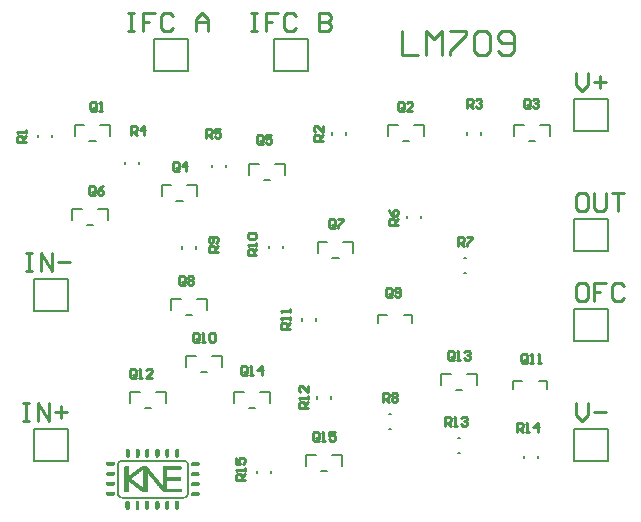
<source format=gto>
%FSTAX23Y23*%
%MOIN*%
%SFA1B1*%

%IPPOS*%
%ADD10C,0.007870*%
%ADD11C,0.010000*%
%LNlm709_pcb-1*%
%LPD*%
G36*
X03122Y02187D02*
X03123D01*
Y02187*
X03123*
Y02187*
X03124*
Y02186*
X03124*
Y02186*
X03125*
Y02186*
X03125*
Y02185*
X03125*
Y02185*
X03126*
Y02185*
X03126*
Y02184*
X03126*
Y02183*
X03127*
Y02183*
X03127*
Y02171*
Y0217*
Y02163*
X03127*
Y02162*
X03126*
Y02161*
X03126*
Y02161*
X03126*
Y0216*
X03125*
Y0216*
X03125*
Y0216*
X03125*
Y02159*
X03125*
Y02159*
X03124*
Y02159*
X03124*
Y02158*
X03123*
Y02158*
X03122*
Y02158*
X03121*
Y02158*
X0312*
Y02158*
X03118*
Y02158*
X03117*
Y02158*
X03117*
Y02159*
X03116*
Y02159*
X03116*
Y02159*
X03116*
Y0216*
X03115*
Y0216*
X03115*
Y0216*
X03115*
Y02161*
X03114*
Y02161*
X03114*
Y02161*
X03114*
Y02162*
X03114*
Y02163*
X03113*
Y02182*
X03114*
Y02183*
X03114*
Y02184*
X03114*
Y02184*
X03114*
Y02185*
X03115*
Y02185*
X03115*
Y02185*
X03115*
Y02186*
X03116*
Y02186*
X03116*
Y02186*
X03116*
Y02187*
X03117*
Y02187*
X03117*
Y02187*
X03118*
Y02188*
X03122*
Y02187*
G37*
G36*
X03088D02*
X0309D01*
Y02187*
X0309*
Y02187*
X0309*
Y02186*
X03091*
Y02186*
X03091*
Y02186*
X03092*
Y02185*
X03092*
Y02185*
X03092*
Y02185*
X03093*
Y02184*
X03093*
Y02184*
X03093*
Y02183*
X03093*
Y02182*
X03094*
Y02164*
X03093*
Y02162*
X03093*
Y02161*
X03093*
Y02161*
X03093*
Y02161*
X03092*
Y0216*
X03092*
Y0216*
X03092*
Y0216*
X03091*
Y02159*
X03091*
Y02159*
X03091*
Y02159*
X0309*
Y02158*
X0309*
Y02158*
X03089*
Y02158*
X03087*
Y02158*
X03087*
Y02158*
X03085*
Y02158*
X03084*
Y02158*
X03083*
Y02159*
X03083*
Y02159*
X03082*
Y02159*
X03082*
Y0216*
X03082*
Y0216*
X03082*
Y0216*
X03081*
Y02161*
X03081*
Y02161*
X03081*
Y02162*
X0308*
Y02163*
X0308*
Y02165*
X0308*
Y0218*
X0308*
Y0218*
X0308*
Y02181*
X0308*
Y02183*
X0308*
Y02183*
X03081*
Y02184*
X03081*
Y02185*
X03081*
Y02185*
X03082*
Y02185*
X03082*
Y02186*
X03082*
Y02186*
X03083*
Y02186*
X03083*
Y02187*
X03084*
Y02187*
X03084*
Y02187*
X03085*
Y02188*
X03088*
Y02187*
G37*
G36*
X03056D02*
X03057D01*
Y02187*
X03057*
Y02187*
X03058*
Y02186*
X03058*
Y02186*
X03058*
Y02186*
X03059*
Y02185*
X03059*
Y02185*
X03059*
Y02185*
X0306*
Y02184*
X0306*
Y02184*
X0306*
Y02183*
X03061*
Y02182*
X03061*
Y02164*
X03061*
Y02162*
X0306*
Y02162*
X0306*
Y02161*
X0306*
Y02161*
X03059*
Y0216*
X03059*
Y0216*
X03059*
Y0216*
X03058*
Y02159*
X03058*
Y02159*
X03058*
Y02159*
X03057*
Y02158*
X03057*
Y02158*
X03056*
Y02158*
X03054*
Y02158*
X03054*
Y02158*
X03052*
Y02158*
X03051*
Y02158*
X0305*
Y02159*
X0305*
Y02159*
X0305*
Y02159*
X03049*
Y0216*
X03049*
Y0216*
X03049*
Y0216*
X03048*
Y02161*
X03048*
Y02161*
X03048*
Y02162*
X03048*
Y02162*
X03047*
Y02164*
X03047*
Y02167*
Y02167*
Y02182*
X03047*
Y02183*
X03048*
Y02184*
X03048*
Y02184*
X03048*
Y02185*
X03048*
Y02185*
X03049*
Y02185*
X03049*
Y02186*
X03049*
Y02186*
X0305*
Y02186*
X0305*
Y02187*
X03051*
Y02187*
X03051*
Y02187*
X03052*
Y02188*
X03056*
Y02187*
G37*
G36*
X03023D02*
X03023D01*
Y02187*
X03024*
Y02187*
X03024*
Y02186*
X03025*
Y02186*
X03025*
Y02186*
X03026*
Y02185*
X03026*
Y02185*
X03026*
Y02185*
X03026*
Y02184*
X03027*
Y02183*
X03027*
Y02183*
X03027*
Y02163*
X03027*
Y02162*
X03027*
Y02161*
X03026*
Y02161*
X03026*
Y0216*
X03026*
Y0216*
X03026*
Y0216*
X03025*
Y02159*
X03025*
Y02159*
X03025*
Y02159*
X03024*
Y02158*
X03024*
Y02158*
X03023*
Y02158*
X03021*
Y02158*
X0302*
Y02158*
X03018*
Y02158*
X03018*
Y02158*
X03017*
Y02159*
X03016*
Y02159*
X03016*
Y02159*
X03016*
Y0216*
X03016*
Y0216*
X03015*
Y0216*
X03015*
Y02161*
X03015*
Y02161*
X03014*
Y02162*
X03014*
Y02163*
X03014*
Y02182*
X03014*
Y02183*
X03014*
Y02184*
X03015*
Y02185*
X03015*
Y02185*
X03015*
Y02185*
X03016*
Y02186*
X03016*
Y02186*
X03016*
Y02186*
X03017*
Y02187*
X03017*
Y02187*
X03018*
Y02187*
X03018*
Y02188*
X03023*
Y02187*
G37*
G36*
X0299D02*
X02991D01*
Y02187*
X02991*
Y02187*
X02992*
Y02186*
X02992*
Y02186*
X02993*
Y02186*
X02993*
Y02185*
X02993*
Y02185*
X02994*
Y02185*
X02994*
Y02184*
X02994*
Y02183*
X02994*
Y02182*
X02995*
Y02163*
X02994*
Y02162*
X02994*
Y02161*
X02994*
Y02161*
X02994*
Y0216*
X02993*
Y0216*
X02993*
Y0216*
X02993*
Y02159*
X02992*
Y02159*
X02992*
Y02159*
X02992*
Y02158*
X02991*
Y02158*
X0299*
Y02158*
X02989*
Y02158*
X02987*
Y02158*
X02986*
Y02158*
X02985*
Y02158*
X02984*
Y02159*
X02984*
Y02159*
X02984*
Y02159*
X02983*
Y0216*
X02983*
Y0216*
X02983*
Y02161*
X02982*
Y02161*
X02982*
Y02161*
X02982*
Y02162*
X02981*
Y02163*
X02981*
Y02182*
X02981*
Y02183*
Y02183*
Y02183*
X02982*
Y02184*
X02982*
Y02185*
X02982*
Y02185*
X02983*
Y02185*
X02983*
Y02185*
X02983*
Y02186*
X02984*
Y02186*
X02984*
Y02187*
X02985*
Y02187*
X02985*
Y02187*
X02986*
Y02188*
X0299*
Y02187*
G37*
G36*
X02957D02*
X02957D01*
Y02187*
X02958*
Y02187*
X02959*
Y02186*
X02959*
Y02186*
X02959*
Y02186*
X0296*
Y02185*
X0296*
Y02185*
X0296*
Y02185*
X0296*
Y02184*
X02961*
Y02184*
X02961*
Y02183*
X02961*
Y02182*
X02962*
Y02163*
X02961*
Y02162*
X02961*
Y02161*
X02961*
Y02161*
X0296*
Y02161*
X0296*
Y0216*
X0296*
Y0216*
X0296*
Y02159*
X02959*
Y02159*
X02959*
Y02159*
X02958*
Y02158*
X02958*
Y02158*
X02957*
Y02158*
X02956*
Y02158*
X02954*
Y02158*
X02952*
Y02158*
X02952*
Y02158*
X02951*
Y02159*
X02951*
Y02159*
X0295*
Y02159*
X0295*
Y0216*
X02949*
Y0216*
X02949*
Y02161*
X02949*
Y02161*
X02949*
Y02161*
X02948*
Y02162*
X02948*
Y02163*
X02948*
Y02182*
X02948*
Y02183*
X02948*
Y02184*
Y02184*
X02949*
Y02184*
X02949*
Y02185*
X02949*
Y02185*
X02949*
Y02185*
X0295*
Y02186*
X0295*
Y02186*
X0295*
Y02186*
X02951*
Y02187*
X02951*
Y02187*
X02952*
Y02187*
X02953*
Y02188*
X02957*
Y02187*
G37*
G36*
X02908Y02144D02*
X02909D01*
Y02143*
X02909*
Y02143*
X02909*
Y02143*
X0291*
Y02142*
X0291*
Y02142*
X02911*
Y02142*
X02911*
Y02142*
X02911*
Y02141*
X02912*
Y02141*
X02912*
Y0214*
X02912*
Y02139*
X02912*
Y02138*
X02913*
Y02137*
X02912*
Y02135*
X02912*
Y02134*
X02912*
Y02134*
X02912*
Y02133*
X02911*
Y02133*
X02911*
Y02132*
X02911*
Y02132*
X0291*
Y02132*
X0291*
Y02132*
X02909*
Y02131*
X02909*
Y02131*
X02908*
Y02131*
X02907*
Y0213*
X02888*
Y02131*
X02887*
Y02131*
X02886*
Y02131*
X02886*
Y02132*
X02885*
Y02132*
X02885*
Y02132*
X02885*
Y02132*
X02885*
Y02133*
X02884*
Y02133*
X02884*
Y02133*
X02884*
Y02134*
X02883*
Y02134*
X02883*
Y02135*
X02883*
Y02139*
X02883*
Y0214*
X02883*
Y0214*
X02884*
Y02141*
X02884*
Y02142*
X02884*
Y02142*
X02885*
Y02142*
X02885*
Y02142*
X02885*
Y02143*
X02886*
Y02143*
X02886*
Y02143*
X02887*
Y02144*
X02888*
Y02144*
X02908*
Y02144*
G37*
G36*
X03189Y02142D02*
X03191D01*
Y02142*
X03191*
Y02142*
X03192*
Y02142*
X03192*
Y02141*
X03193*
Y02141*
X03193*
Y02141*
X03193*
Y0214*
X03194*
Y0214*
X03194*
Y0214*
X03194*
Y02139*
X03194*
Y02139*
X03195*
Y02137*
X03195*
Y02134*
X03195*
Y02133*
X03194*
Y02133*
X03194*
Y02132*
X03194*
Y02132*
X03194*
Y02131*
X03193*
Y02131*
X03193*
Y02131*
X03193*
Y0213*
X03192*
Y0213*
X03192*
Y0213*
X03191*
Y02129*
X0319*
Y02129*
X03189*
Y02129*
X03172*
Y02129*
X0317*
Y02129*
X03169*
Y0213*
X03169*
Y0213*
X03168*
Y0213*
X03168*
Y02131*
X03168*
Y02131*
X03167*
Y02131*
X03167*
Y02132*
X03167*
Y02132*
X03166*
Y02132*
X03166*
Y02133*
X03166*
Y02134*
X03165*
Y02135*
X03165*
Y02136*
X03165*
Y02138*
X03166*
Y02139*
X03166*
Y02139*
X03166*
Y0214*
X03167*
Y0214*
X03167*
Y0214*
X03167*
Y02141*
X03168*
Y02141*
X03168*
Y02141*
X03168*
Y02142*
X03169*
Y02142*
X03169*
Y02142*
X0317*
Y02142*
X03171*
Y02143*
X03189*
Y02142*
G37*
G36*
X02907Y0211D02*
X02908D01*
Y0211*
X02909*
Y0211*
X02909*
Y0211*
X0291*
Y02109*
X0291*
Y02109*
X0291*
Y02109*
X02911*
Y02108*
X02911*
Y02108*
X02911*
Y02108*
X02912*
Y02107*
X02912*
Y02107*
X02912*
Y02106*
X02912*
Y02104*
X02913*
Y02103*
X02912*
Y02102*
X02912*
Y02101*
X02912*
Y021*
X02912*
Y021*
X02911*
Y021*
X02911*
Y02099*
X02911*
Y02099*
X0291*
Y02099*
X0291*
Y02098*
X0291*
Y02098*
X02909*
Y02098*
X02909*
Y02097*
X02908*
Y02097*
X02906*
Y02097*
X02889*
Y02097*
X02888*
Y02097*
X02887*
Y02098*
X02886*
Y02098*
X02886*
Y02098*
X02885*
Y02099*
X02885*
Y02099*
X02885*
Y02099*
X02884*
Y021*
X02884*
Y021*
X02884*
Y02101*
X02883*
Y02101*
X02883*
Y02102*
X02883*
Y02105*
X02883*
Y02107*
X02883*
Y02107*
X02884*
Y02108*
X02884*
Y02108*
X02884*
Y02108*
X02885*
Y02109*
X02885*
Y02109*
X02885*
Y02109*
X02885*
Y0211*
X02886*
Y0211*
X02887*
Y0211*
X02887*
Y0211*
X02888*
Y02111*
X02907*
Y0211*
G37*
G36*
X0319Y02109D02*
X03191D01*
Y02109*
X03192*
Y02108*
X03192*
Y02108*
X03192*
Y02108*
X03193*
Y02108*
X03193*
Y02107*
X03194*
Y02107*
X03194*
Y02106*
X03194*
Y02106*
X03194*
Y02105*
X03195*
Y02104*
X03195*
Y02101*
X03195*
Y021*
X03194*
Y02099*
X03194*
Y02099*
X03194*
Y02098*
X03194*
Y02098*
X03193*
Y02097*
X03193*
Y02097*
X03192*
Y02097*
X03192*
Y02097*
X03192*
Y02096*
X03191*
Y02096*
X0319*
Y02096*
X0317*
Y02096*
X0317*
Y02096*
X03169*
Y02097*
X03168*
Y02097*
X03168*
Y02097*
X03168*
Y02097*
X03167*
Y02098*
X03167*
Y02098*
X03167*
Y02099*
X03166*
Y02099*
X03166*
Y021*
X03166*
Y021*
X03165*
Y02102*
X03165*
Y02103*
X03165*
Y02105*
X03166*
Y02105*
X03166*
Y02106*
X03166*
Y02106*
X03167*
Y02107*
X03167*
Y02107*
X03167*
Y02108*
X03168*
Y02108*
X03168*
Y02108*
X03168*
Y02108*
X03169*
Y02109*
X03169*
Y02109*
X0317*
Y02109*
X0319*
Y02109*
G37*
G36*
X02906Y02078D02*
X02908D01*
Y02077*
X02909*
Y02077*
X02909*
Y02077*
X0291*
Y02076*
X0291*
Y02076*
X0291*
Y02076*
X02911*
Y02076*
X02911*
Y02075*
X02911*
Y02075*
X02912*
Y02074*
X02912*
Y02074*
X02912*
Y02073*
X02912*
Y02071*
X02913*
Y0207*
X02912*
Y02069*
X02912*
Y02068*
X02912*
Y02068*
X02912*
Y02067*
X02911*
Y02067*
X02911*
Y02066*
X02911*
Y02066*
X0291*
Y02066*
X0291*
Y02065*
X0291*
Y02065*
X02909*
Y02065*
X02909*
Y02065*
X02908*
Y02064*
X02907*
Y02064*
X02888*
Y02064*
X02887*
Y02065*
X02887*
Y02065*
X02886*
Y02065*
X02885*
Y02065*
X02885*
Y02066*
X02885*
Y02066*
X02885*
Y02066*
X02884*
Y02067*
X02884*
Y02067*
X02884*
Y02068*
X02883*
Y02068*
X02883*
Y02069*
X02883*
Y02073*
X02883*
Y02073*
X02883*
Y02074*
X02884*
Y02075*
X02884*
Y02075*
X02884*
Y02076*
X02885*
Y02076*
X02885*
Y02076*
X02885*
Y02076*
X02886*
Y02077*
X02886*
Y02077*
X02887*
Y02077*
X02888*
Y02078*
X02889*
Y02078*
X02906*
Y02078*
G37*
G36*
X0319Y02076D02*
X03191D01*
Y02076*
X03192*
Y02076*
X03192*
Y02075*
X03192*
Y02075*
X03193*
Y02075*
X03193*
Y02074*
X03193*
Y02074*
X03194*
Y02074*
X03194*
Y02073*
X03194*
Y02073*
X03194*
Y02072*
X03195*
Y02071*
X03195*
Y02068*
X03195*
Y02067*
X03194*
Y02066*
X03194*
Y02066*
X03194*
Y02065*
X03194*
Y02065*
X03193*
Y02065*
X03193*
Y02064*
X03192*
Y02064*
X03192*
Y02064*
X03192*
Y02063*
X03191*
Y02063*
X0319*
Y02063*
X0317*
Y02063*
X03169*
Y02063*
X03169*
Y02064*
X03168*
Y02064*
X03168*
Y02064*
X03168*
Y02065*
X03167*
Y02065*
X03167*
Y02065*
X03167*
Y02066*
X03166*
Y02066*
X03166*
Y02067*
X03166*
Y02068*
X03165*
Y02069*
X03165*
Y0207*
X03165*
Y02072*
X03166*
Y02073*
X03166*
Y02073*
X03166*
Y02073*
X03167*
Y02074*
X03167*
Y02074*
X03167*
Y02075*
X03168*
Y02075*
X03168*
Y02075*
X03168*
Y02076*
X03169*
Y02076*
X0317*
Y02076*
X0317*
Y02076*
X0319*
Y02076*
G37*
G36*
X02908Y02044D02*
X02908D01*
Y02044*
X02909*
Y02044*
X02909*
Y02043*
X0291*
Y02043*
X0291*
Y02043*
X02911*
Y02042*
X02911*
Y02042*
X02911*
Y02041*
X02912*
Y02041*
X02912*
Y02041*
X02912*
Y0204*
X02912*
Y02038*
X02913*
Y02037*
X02912*
Y02035*
X02912*
Y02035*
X02912*
Y02034*
X02912*
Y02033*
X02911*
Y02033*
X02911*
Y02033*
X02911*
Y02033*
X0291*
Y02032*
X0291*
Y02032*
X0291*
Y02032*
X02909*
Y02031*
X02909*
Y02031*
X02908*
Y02031*
X02905*
Y0203*
X0289*
Y02031*
X02888*
Y02031*
X02887*
Y02031*
X02886*
Y02032*
X02886*
Y02032*
X02885*
Y02032*
X02885*
Y02033*
X02885*
Y02033*
X02884*
Y02033*
X02884*
Y02034*
X02884*
Y02034*
X02883*
Y02035*
X02883*
Y02036*
X02883*
Y0204*
X02883*
Y0204*
X02883*
Y02041*
X02884*
Y02041*
X02884*
Y02042*
X02884*
Y02042*
X02885*
Y02043*
X02885*
Y02043*
X02885*
Y02043*
X02886*
Y02044*
X02886*
Y02044*
X02887*
Y02044*
X02888*
Y02044*
X02908*
Y02044*
G37*
G36*
X03189Y02043D02*
X03191D01*
Y02043*
X03191*
Y02042*
X03192*
Y02042*
X03192*
Y02042*
X03193*
Y02041*
X03193*
Y02041*
X03193*
Y02041*
X03194*
Y02041*
X03194*
Y0204*
X03194*
Y0204*
X03194*
Y02039*
X03195*
Y02038*
X03195*
Y02034*
X03195*
Y02033*
X03194*
Y02033*
X03194*
Y02032*
X03194*
Y02032*
X03194*
Y02032*
X03193*
Y02031*
X03193*
Y02031*
X03193*
Y02031*
X03192*
Y0203*
X03192*
Y0203*
X03192*
Y0203*
X03191*
Y0203*
X0319*
Y02029*
X03171*
Y0203*
X0317*
Y0203*
X03169*
Y0203*
X03168*
Y0203*
X03168*
Y02031*
X03168*
Y02031*
X03167*
Y02031*
X03167*
Y02032*
X03167*
Y02032*
X03166*
Y02033*
X03166*
Y02033*
X03166*
Y02034*
X03165*
Y02035*
X03165*
Y02037*
X03165*
Y02038*
X03166*
Y02039*
X03166*
Y0204*
X03166*
Y0204*
X03167*
Y02041*
X03167*
Y02041*
X03167*
Y02041*
X03168*
Y02041*
X03168*
Y02042*
X03168*
Y02042*
X03169*
Y02042*
X03169*
Y02043*
X0317*
Y02043*
X03171*
Y02043*
X03189*
Y02043*
G37*
G36*
X03143Y0215D02*
X03145D01*
Y0215*
X03146*
Y0215*
X03147*
Y0215*
X03148*
Y02149*
X03149*
Y02149*
X03149*
Y02149*
X0315*
Y02148*
X0315*
Y02148*
X03151*
Y02148*
X03151*
Y02148*
X03152*
Y02147*
X03152*
Y02147*
X03152*
Y02147*
X03153*
Y02146*
X03153*
Y02146*
X03154*
Y02146*
X03154*
Y02145*
X03154*
Y02145*
X03154*
Y02145*
X03155*
Y02145*
X03155*
Y02144*
X03155*
Y02144*
X03156*
Y02143*
X03156*
Y02143*
X03156*
Y02142*
X03157*
Y02142*
X03157*
Y02142*
X03157*
Y02141*
X03157*
Y0214*
X03158*
Y0214*
X03158*
Y02139*
X03158*
Y02138*
X03159*
Y02137*
X03159*
Y02135*
X03159*
Y02037*
X03159*
Y02035*
X03159*
Y02034*
X03158*
Y02033*
X03158*
Y02033*
X03158*
Y02032*
X03157*
Y02031*
X03157*
Y0203*
X03157*
Y0203*
X03157*
Y0203*
X03156*
Y02029*
X03156*
Y02029*
X03156*
Y02028*
X03155*
Y02028*
X03155*
Y02028*
X03155*
Y02027*
X03154*
Y02027*
X03154*
Y02027*
X03154*
Y02026*
X03154*
Y02026*
X03153*
Y02026*
X03153*
Y02025*
X03152*
Y02025*
X03152*
Y02025*
X03152*
Y02025*
X03151*
Y02024*
X03151*
Y02024*
X0315*
Y02024*
X0315*
Y02023*
X03149*
Y02023*
X03149*
Y02023*
X03148*
Y02022*
X03147*
Y02022*
X03146*
Y02022*
X03145*
Y02022*
X03143*
Y02021*
X02935*
Y02022*
X02933*
Y02022*
X02932*
Y02022*
X02931*
Y02022*
X0293*
Y02023*
X02929*
Y02023*
X02929*
Y02023*
X02928*
Y02024*
X02928*
Y02024*
X02927*
Y02024*
X02927*
Y02025*
X02926*
Y02025*
X02926*
Y02025*
X02925*
Y02025*
X02925*
Y02026*
X02925*
Y02026*
X02924*
Y02026*
X02924*
Y02027*
X02924*
Y02027*
X02923*
Y02027*
X02923*
Y02028*
X02923*
Y02028*
X02922*
Y02028*
X02922*
Y02029*
X02922*
Y02029*
X02922*
Y0203*
X02921*
Y0203*
X02921*
Y0203*
X02921*
Y02031*
X0292*
Y02032*
X0292*
Y02033*
X0292*
Y02033*
X0292*
Y02034*
X02919*
Y02035*
X02919*
Y02037*
X02919*
Y02135*
X02919*
Y02137*
X02919*
Y02138*
X0292*
Y02139*
X0292*
Y0214*
X0292*
Y0214*
X0292*
Y02141*
X02921*
Y02142*
X02921*
Y02142*
X02921*
Y02142*
X02922*
Y02143*
X02922*
Y02143*
X02922*
Y02144*
X02922*
Y02144*
X02923*
Y02145*
X02923*
Y02145*
X02923*
Y02145*
X02924*
Y02145*
X02924*
Y02146*
X02924*
Y02146*
X02925*
Y02146*
X02925*
Y02147*
X02925*
Y02147*
X02926*
Y02147*
X02926*
Y02148*
X02927*
Y02148*
X02927*
Y02148*
X02928*
Y02148*
X02928*
Y02149*
X02929*
Y02149*
X02929*
Y02149*
X0293*
Y0215*
X02931*
Y0215*
X02932*
Y0215*
X02933*
Y0215*
X02935*
Y02151*
X03143*
Y0215*
G37*
G36*
X03121Y02014D02*
X03122D01*
Y02014*
X03123*
Y02014*
X03123*
Y02013*
X03124*
Y02013*
X03124*
Y02013*
X03125*
Y02012*
X03125*
Y02012*
X03125*
Y02012*
X03125*
Y02011*
X03126*
Y02011*
X03126*
Y0201*
X03126*
Y02009*
X03127*
Y01989*
X03126*
Y01989*
X03126*
Y01988*
X03126*
Y01988*
X03125*
Y01987*
X03125*
Y01987*
X03125*
Y01986*
X03125*
Y01986*
X03124*
Y01986*
X03124*
Y01985*
X03123*
Y01985*
X03122*
Y01985*
X03122*
Y01985*
X03118*
Y01985*
X03117*
Y01985*
X03117*
Y01985*
X03116*
Y01986*
X03116*
Y01986*
X03115*
Y01986*
X03115*
Y01987*
X03115*
Y01987*
X03114*
Y01987*
X03114*
Y01988*
X03114*
Y01988*
X03114*
Y01989*
X03113*
Y0199*
X03113*
Y02009*
X03113*
Y0201*
X03114*
Y02011*
X03114*
Y02011*
X03114*
Y02012*
X03114*
Y02012*
X03115*
Y02012*
X03115*
Y02013*
X03116*
Y02013*
X03116*
Y02013*
X03116*
Y02014*
X03117*
Y02014*
X03118*
Y02014*
X03119*
Y02014*
X03121*
Y02014*
G37*
G36*
X03087D02*
X03088D01*
Y02014*
X03089*
Y02014*
X0309*
Y02013*
X0309*
Y02013*
X03091*
Y02013*
X03091*
Y02012*
X03091*
Y02012*
X03092*
Y02012*
X03092*
Y02012*
X03092*
Y02011*
X03093*
Y0201*
X03093*
Y0201*
X03093*
Y02009*
X03093*
Y0199*
X03093*
Y01989*
X03093*
Y01988*
X03093*
Y01988*
X03092*
Y01987*
X03092*
Y01987*
X03092*
Y01987*
X03091*
Y01986*
X03091*
Y01986*
X03091*
Y01986*
X0309*
Y01985*
X0309*
Y01985*
X03089*
Y01985*
X03088*
Y01985*
X03085*
Y01985*
X03084*
Y01985*
X03083*
Y01985*
X03083*
Y01986*
X03082*
Y01986*
X03082*
Y01986*
X03082*
Y01987*
X03081*
Y01987*
X03081*
Y01988*
X03081*
Y01988*
X0308*
Y01988*
X0308*
Y01989*
X0308*
Y01991*
X0308*
Y02008*
X0308*
Y02009*
X0308*
Y0201*
X0308*
Y02011*
X03081*
Y02011*
X03081*
Y02012*
X03081*
Y02012*
X03082*
Y02012*
X03082*
Y02013*
X03082*
Y02013*
X03083*
Y02013*
X03083*
Y02014*
X03084*
Y02014*
X03085*
Y02014*
X03086*
Y02014*
X03087*
Y02014*
G37*
G36*
X03054D02*
X03056D01*
Y02014*
X03056*
Y02014*
X03057*
Y02013*
X03058*
Y02013*
X03058*
Y02013*
X03058*
Y02012*
X03058*
Y02012*
X03059*
Y02012*
X03059*
Y02012*
X03059*
Y02011*
X0306*
Y0201*
X0306*
Y0201*
X0306*
Y02008*
X03061*
Y01996*
Y01995*
Y0199*
X0306*
Y01989*
X0306*
Y01988*
X0306*
Y01988*
X03059*
Y01988*
X03059*
Y01987*
X03059*
Y01987*
X03058*
Y01986*
X03058*
Y01986*
X03058*
Y01986*
X03057*
Y01985*
X03057*
Y01985*
X03056*
Y01985*
X03055*
Y01985*
X03052*
Y01985*
X03051*
Y01985*
X0305*
Y01985*
X0305*
Y01986*
X03049*
Y01986*
X03049*
Y01986*
X03049*
Y01987*
X03048*
Y01987*
X03048*
Y01988*
X03048*
Y01988*
X03048*
Y01988*
X03047*
Y01989*
X03047*
Y0199*
X03047*
Y02008*
X03047*
Y0201*
X03047*
Y0201*
X03048*
Y02011*
X03048*
Y02012*
X03048*
Y02012*
X03048*
Y02012*
X03049*
Y02012*
X03049*
Y02013*
X03049*
Y02013*
X0305*
Y02013*
X0305*
Y02014*
X03051*
Y02014*
X03052*
Y02014*
X03053*
Y02014*
X03054*
Y02014*
G37*
G36*
X03021D02*
X03023D01*
Y02014*
X03023*
Y02014*
X03024*
Y02013*
X03024*
Y02013*
X03025*
Y02013*
X03025*
Y02012*
X03025*
Y02012*
X03026*
Y02012*
X03026*
Y02011*
X03026*
Y02011*
X03026*
Y0201*
X03027*
Y02009*
X03027*
Y0199*
X03027*
Y01989*
X03026*
Y01988*
X03026*
Y01988*
X03026*
Y01987*
X03026*
Y01987*
X03025*
Y01986*
X03025*
Y01986*
X03024*
Y01986*
X03024*
Y01985*
X03024*
Y01985*
X03023*
Y01985*
X03022*
Y01985*
X03018*
Y01985*
X03017*
Y01985*
X03017*
Y01985*
X03016*
Y01986*
X03016*
Y01986*
X03016*
Y01986*
X03015*
Y01987*
X03015*
Y01987*
X03015*
Y01988*
X03014*
Y01988*
X03014*
Y01989*
X03014*
Y01989*
X03013*
Y02002*
Y02002*
Y02009*
X03014*
Y0201*
X03014*
Y02011*
X03014*
Y02012*
X03015*
Y02012*
X03015*
Y02012*
X03015*
Y02012*
X03016*
Y02013*
X03016*
Y02013*
X03016*
Y02013*
X03017*
Y02014*
X03017*
Y02014*
X03018*
Y02014*
X03019*
Y02014*
X03021*
Y02014*
G37*
G36*
X02988D02*
X0299D01*
Y02014*
X02991*
Y02014*
X02991*
Y02013*
X02992*
Y02013*
X02992*
Y02013*
X02992*
Y02012*
X02993*
Y02012*
X02993*
Y02012*
X02993*
Y02011*
X02994*
Y02011*
X02994*
Y0201*
X02994*
Y02009*
X02994*
Y0199*
X02994*
Y01989*
X02994*
Y01988*
X02994*
Y01988*
X02993*
Y01987*
X02993*
Y01987*
X02993*
Y01986*
X02992*
Y01986*
X02992*
Y01986*
X02992*
Y01985*
X02991*
Y01985*
X0299*
Y01985*
X02989*
Y01985*
X02986*
Y01985*
X02985*
Y01985*
X02984*
Y01985*
X02984*
Y01986*
X02984*
Y01986*
X02983*
Y01986*
X02983*
Y01987*
X02982*
Y01987*
X02982*
Y01988*
X02982*
Y01988*
X02981*
Y01989*
X02981*
Y0199*
X02981*
Y02009*
X02981*
Y0201*
X02981*
Y02011*
X02982*
Y02011*
X02982*
Y02012*
X02982*
Y02012*
X02983*
Y02012*
X02983*
Y02013*
X02983*
Y02013*
X02984*
Y02013*
X02984*
Y02014*
X02985*
Y02014*
X02986*
Y02014*
X02987*
Y02014*
X02988*
Y02014*
G37*
G36*
X02955D02*
X02957D01*
Y02014*
X02957*
Y02014*
X02958*
Y02013*
X02958*
Y02013*
X02959*
Y02013*
X02959*
Y02012*
X02959*
Y02012*
X0296*
Y02012*
X0296*
Y02012*
X0296*
Y02011*
X0296*
Y02011*
X02961*
Y0201*
X02961*
Y02009*
X02961*
Y0199*
X02961*
Y01989*
X02961*
Y01988*
X0296*
Y01988*
X0296*
Y01987*
X0296*
Y01987*
X0296*
Y01987*
X02959*
Y01986*
X02959*
Y01986*
X02959*
Y01986*
X02958*
Y01985*
X02958*
Y01985*
X02957*
Y01985*
X02956*
Y01985*
X02952*
Y01985*
X02952*
Y01985*
X02951*
Y01985*
X0295*
Y01986*
X0295*
Y01986*
X0295*
Y01986*
X02949*
Y01987*
X02949*
Y01987*
X02949*
Y01987*
X02949*
Y01988*
X02948*
Y01988*
X02948*
Y01989*
X02948*
Y0199*
X02947*
Y02009*
X02948*
Y0201*
X02948*
Y02011*
X02948*
Y02011*
X02949*
Y02012*
X02949*
Y02012*
X02949*
Y02012*
X02949*
Y02013*
X0295*
Y02013*
X0295*
Y02013*
X02951*
Y02014*
X02951*
Y02014*
X02952*
Y02014*
X02953*
Y02014*
X02955*
Y02014*
G37*
%LNlm709_pcb-2*%
%LPC*%
G36*
X03144Y02144D02*
X02934D01*
Y02144*
X02933*
Y02144*
X02932*
Y02143*
X02932*
Y02143*
X02931*
Y02143*
X0293*
Y02142*
X0293*
Y02142*
X0293*
Y02142*
X02929*
Y02142*
X02929*
Y02141*
X02929*
Y02141*
X02928*
Y02141*
X02928*
Y0214*
X02928*
Y0214*
X02928*
Y0214*
X02927*
Y0214*
X02927*
Y02139*
X02927*
Y02139*
X02926*
Y02138*
X02926*
Y02137*
X02926*
Y02137*
X02925*
Y02136*
X02925*
Y02134*
X02925*
Y02038*
X02925*
Y02036*
X02925*
Y02036*
X02926*
Y02035*
X02926*
Y02034*
X02926*
Y02033*
X02927*
Y02033*
X02927*
Y02033*
X02927*
Y02032*
X02928*
Y02032*
X02928*
Y02032*
X02928*
Y02031*
X02928*
Y02031*
X02929*
Y0203*
X02929*
Y0203*
X0293*
Y0203*
X0293*
Y0203*
X0293*
Y02029*
X02931*
Y02029*
X02932*
Y02029*
X02932*
Y02028*
X02933*
Y02028*
X02934*
Y02028*
X03144*
Y02028*
X03145*
Y02028*
X03146*
Y02029*
X03146*
Y02029*
X03147*
Y02029*
X03147*
Y0203*
X03148*
Y0203*
X03148*
Y0203*
X03149*
Y0203*
X03149*
Y02031*
X03149*
Y02031*
X03149*
Y02031*
X0315*
Y02032*
X0315*
Y02032*
X0315*
Y02032*
X03151*
Y02033*
X03151*
Y02033*
X03151*
Y02033*
X03152*
Y02034*
X03152*
Y02035*
X03152*
Y02036*
X03152*
Y02036*
X03153*
Y02038*
X03153*
Y0211*
Y02111*
Y02134*
X03153*
Y02136*
X03152*
Y02137*
X03152*
Y02137*
X03152*
Y02138*
X03152*
Y02138*
X03151*
Y02139*
X03151*
Y0214*
X03151*
Y0214*
X0315*
Y0214*
X0315*
Y0214*
X0315*
Y02141*
X03149*
Y02141*
X03149*
Y02141*
X03149*
Y02142*
X03149*
Y02142*
X03148*
Y02142*
X03148*
Y02142*
X03147*
Y02143*
X03147*
Y02143*
X03146*
Y02143*
X03146*
Y02144*
X03145*
Y02144*
X03144*
Y02144*
G37*
%LNlm709_pcb-3*%
%LPD*%
G36*
X03133Y02129D02*
X03133D01*
Y02129*
X03134*
Y02129*
X03134*
Y02128*
X03135*
Y02128*
X03135*
Y02127*
X03135*
Y02126*
X03136*
Y02121*
X03135*
Y0212*
X03135*
Y0212*
X03135*
Y02119*
X03134*
Y02119*
X03134*
Y02119*
X03133*
Y02118*
X03133*
Y02118*
X03086*
Y02092*
X0313*
Y02092*
X0313*
Y02092*
X03131*
Y02091*
X03131*
Y02091*
X03132*
Y0209*
X03132*
Y0209*
X03132*
Y02083*
X03132*
Y02083*
X03132*
Y02082*
X03131*
Y02082*
X03131*
Y02082*
X03131*
Y02081*
X0313*
Y02081*
X0313*
Y02081*
X03086*
Y02054*
Y02054*
X03134*
Y02054*
X03135*
Y02053*
X03135*
Y02053*
X03136*
Y02053*
X03136*
Y02052*
X03136*
Y02052*
X03136*
Y02045*
X03136*
Y02044*
X03136*
Y02044*
X03135*
Y02044*
X03135*
Y02043*
X03134*
Y02043*
X03134*
Y02043*
X03075*
Y02043*
X03074*
Y02043*
X03073*
Y02044*
X03073*
Y02044*
X03072*
Y02044*
X03072*
Y02044*
X03072*
Y02045*
X03071*
Y02045*
X03071*
Y02045*
X03071*
Y02046*
X0307*
Y02046*
X0307*
Y02046*
X0307*
Y02047*
X03069*
Y02047*
X03069*
Y02048*
X03069*
Y02048*
X03069*
Y02048*
X03068*
Y02049*
X03068*
Y02049*
X03068*
Y02049*
X03067*
Y0205*
X03067*
Y0205*
X03067*
Y02051*
X03066*
Y02051*
X03066*
Y02051*
X03066*
Y02052*
X03066*
Y02052*
X03065*
Y02052*
X03065*
Y02053*
X03065*
Y02053*
X03064*
Y02053*
X03064*
Y02054*
X03064*
Y02054*
X03064*
Y02054*
X03063*
Y02055*
X03063*
Y02055*
X03063*
Y02056*
X03062*
Y02056*
X03062*
Y02056*
X03062*
Y02057*
X03061*
Y02057*
X03061*
Y02057*
X03061*
Y02058*
X03061*
Y02058*
X0306*
Y02058*
X0306*
Y02059*
X0306*
Y02059*
X03059*
Y0206*
X03059*
Y0206*
X03059*
Y0206*
X03058*
Y02061*
X03058*
Y02061*
X03058*
Y02061*
X03058*
Y02062*
X03057*
Y02062*
X03057*
Y02062*
X03057*
Y02063*
X03056*
Y02063*
X03056*
Y02064*
X03056*
Y02064*
X03056*
Y02064*
X03055*
Y02065*
X03055*
Y02065*
X03055*
Y02065*
X03054*
Y02066*
X03054*
Y02066*
X03054*
Y02066*
X03053*
Y02067*
X03053*
Y02067*
X03053*
Y02068*
X03053*
Y02068*
X03052*
Y02068*
X03052*
Y02069*
X03052*
Y02069*
X03051*
Y02069*
X03051*
Y0207*
X03051*
Y0207*
X0305*
Y0207*
X0305*
Y02071*
X0305*
Y02071*
X0305*
Y02072*
X03049*
Y02072*
X03049*
Y02072*
X03049*
Y02073*
X03048*
Y02073*
X03048*
Y02073*
X03048*
Y02074*
X03048*
Y02074*
X03047*
Y02074*
X03047*
Y02075*
X03047*
Y02075*
X03046*
Y02076*
X03046*
Y02076*
X03046*
Y02076*
X03045*
Y02077*
X03045*
Y02077*
X03045*
Y02077*
X03045*
Y02078*
X03044*
Y02078*
X03044*
Y02078*
X03044*
Y02079*
X03043*
Y02079*
X03043*
Y0208*
X03043*
Y0208*
X03042*
Y0208*
X03042*
Y02081*
X03042*
Y02081*
X03042*
Y02081*
X03041*
Y02082*
X03041*
Y02082*
X03041*
Y02082*
X0304*
Y02083*
X0304*
Y02083*
X0304*
Y02084*
X0304*
Y02084*
X03039*
Y02084*
X03039*
Y02085*
X03039*
Y02085*
X03038*
Y02085*
X03038*
Y02086*
X03038*
Y02086*
X03037*
Y02086*
X03037*
Y02087*
X03037*
Y02087*
X03037*
Y02087*
X03036*
Y02088*
X03036*
Y02088*
X03036*
Y02089*
X03035*
Y02089*
X03035*
Y02089*
X03035*
Y0209*
X03034*
Y0209*
X03034*
Y0209*
X03034*
Y02091*
X03034*
Y02091*
X03033*
Y02092*
X03033*
Y02092*
X03033*
Y02092*
X03032*
Y02093*
X03032*
Y02093*
X03032*
Y02093*
X03032*
Y02094*
X03031*
Y02094*
X03031*
Y02094*
X03031*
Y02095*
X0303*
Y02095*
X0303*
Y02095*
X0303*
Y02096*
X03029*
Y02096*
X03029*
Y02097*
X03029*
Y02097*
X03029*
Y02097*
X03028*
Y02098*
X03028*
Y02098*
X03028*
Y02098*
X03027*
Y02099*
X03027*
Y02099*
X03027*
Y021*
X03026*
Y021*
X03026*
Y021*
X03026*
Y02101*
X03026*
Y02101*
X03025*
Y02101*
X03025*
Y02102*
X03025*
Y02102*
X03024*
Y02102*
X03024*
Y02103*
X03024*
Y02103*
X03024*
Y02103*
X03023*
Y02104*
X03023*
Y02104*
X03023*
Y02105*
X03022*
Y02105*
X03022*
Y02105*
X03022*
Y02106*
X03021*
Y02106*
X03021*
Y02106*
X03021*
Y02046*
X03021*
Y02045*
X0302*
Y02044*
X0302*
Y02044*
X0302*
Y02044*
X03019*
Y02044*
X03019*
Y02043*
X03018*
Y02043*
X03018*
Y02043*
X03006*
Y02043*
X03005*
Y02043*
X03004*
Y02044*
X03003*
Y02044*
X03002*
Y02044*
X03002*
Y02044*
X03002*
Y02045*
X03001*
Y02045*
X03001*
Y02045*
X03001*
Y02046*
X03*
Y02046*
X03*
Y02046*
X03*
Y02046*
X02999*
Y02047*
X02999*
Y02047*
X02998*
Y02047*
X02998*
Y02048*
X02997*
Y02048*
X02997*
Y02048*
X02997*
Y02049*
X02997*
Y02049*
X02996*
Y02049*
X02996*
Y02049*
X02995*
Y0205*
X02995*
Y0205*
X02994*
Y0205*
X02994*
Y02051*
X02994*
Y02051*
X02993*
Y02051*
X02993*
Y02052*
X02993*
Y02052*
X02992*
Y02052*
X02992*
Y02052*
X02992*
Y02053*
X02991*
Y02053*
X02991*
Y02053*
X0299*
Y02054*
X0299*
Y02054*
X02989*
Y02054*
X02989*
Y02054*
X02989*
Y02055*
X02989*
Y02055*
X02988*
Y02055*
X02988*
Y02056*
X02987*
Y02056*
X02987*
Y02056*
X02986*
Y02057*
X02986*
Y02057*
X02986*
Y02057*
X02985*
Y02057*
X02985*
Y02058*
X02985*
Y02058*
X02984*
Y02058*
X02984*
Y02059*
X02984*
Y02059*
X02983*
Y02059*
X02983*
Y0206*
X02982*
Y0206*
X02982*
Y0206*
X02981*
Y0206*
X02981*
Y02061*
X02981*
Y02061*
X02981*
Y02061*
X0298*
Y02062*
X0298*
Y02062*
X02979*
Y02062*
X02979*
Y02062*
X02978*
Y02063*
X02978*
Y02063*
X02978*
Y02063*
X02977*
Y02064*
X02977*
Y02064*
X02977*
Y02064*
X02976*
Y02065*
X02976*
Y02065*
X02976*
Y02065*
X02975*
Y02065*
X02975*
Y02066*
X02974*
Y02066*
X02974*
Y02066*
X02973*
Y02067*
X02973*
Y02067*
X02973*
Y02067*
X02972*
Y02068*
X02972*
Y02068*
X02972*
Y02068*
X02971*
Y02068*
X02971*
Y02069*
X0297*
Y02069*
X0297*
Y02069*
X0297*
Y0207*
X02969*
Y0207*
X02969*
Y0207*
X02969*
Y0207*
X02968*
Y02071*
X02968*
Y02071*
X02968*
Y02071*
X02967*
Y02072*
X02967*
Y02072*
X02966*
Y02072*
X02966*
Y02073*
X02965*
Y02073*
X02965*
Y02073*
X02965*
Y02073*
X02964*
Y02074*
X02964*
Y02074*
X02964*
Y02074*
X02963*
Y02075*
X02963*
Y02075*
X02962*
Y02075*
X02962*
Y02076*
X02962*
Y02076*
X02961*
Y02076*
X02961*
Y02076*
X02961*
Y02077*
X0296*
Y02077*
X0296*
Y02077*
X0296*
Y02078*
X02959*
Y02045*
X02959*
Y02044*
X02958*
Y02044*
X02958*
Y02044*
X02958*
Y02044*
X02957*
Y02043*
X02957*
Y02043*
X02956*
Y02043*
X02947*
Y02043*
X02946*
Y02043*
X02946*
Y02044*
X02946*
Y02044*
X02945*
Y02044*
X02945*
Y02044*
X02945*
Y02045*
X02944*
Y02127*
X02945*
Y02128*
X02945*
Y02128*
X02945*
Y02128*
X02946*
Y02129*
X02946*
Y02129*
X02946*
Y02129*
X02947*
Y02129*
X02956*
Y02129*
X02957*
Y02129*
X02957*
Y02129*
X02958*
Y02128*
X02958*
Y02128*
X02958*
Y02127*
X02959*
Y02127*
X02959*
Y02097*
X02959*
Y02098*
X0296*
Y02098*
X0296*
Y02098*
X0296*
Y02099*
X02961*
Y02099*
X02961*
Y02099*
X02962*
Y021*
X02962*
Y021*
X02962*
Y021*
X02963*
Y021*
X02963*
Y02101*
X02964*
Y02101*
X02964*
Y02101*
X02965*
Y02102*
X02965*
Y02102*
X02965*
Y02102*
X02966*
Y02102*
X02966*
Y02103*
X02966*
Y02103*
X02967*
Y02103*
X02967*
Y02104*
X02968*
Y02104*
X02968*
Y02104*
X02968*
Y02105*
X02969*
Y02105*
X02969*
Y02105*
X0297*
Y02105*
X0297*
Y02106*
X0297*
Y02106*
X02971*
Y02106*
X02971*
Y02107*
X02972*
Y02107*
X02972*
Y02107*
X02972*
Y02108*
X02973*
Y02108*
X02973*
Y02108*
X02973*
Y02108*
X02974*
Y02109*
X02974*
Y02109*
X02975*
Y02109*
X02975*
Y0211*
X02976*
Y0211*
X02976*
Y0211*
X02976*
Y0211*
X02977*
Y02111*
X02977*
Y02111*
X02978*
Y02111*
X02978*
Y02112*
X02978*
Y02112*
X02979*
Y02112*
X02979*
Y02113*
X02979*
Y02113*
X0298*
Y02113*
X0298*
Y02113*
X02981*
Y02114*
X02981*
Y02114*
X02981*
Y02114*
X02982*
Y02115*
X02982*
Y02115*
X02983*
Y02115*
X02983*
Y02116*
X02984*
Y02116*
X02984*
Y02116*
X02984*
Y02116*
X02985*
Y02117*
X02985*
Y02117*
X02986*
Y02117*
X02986*
Y02118*
X02986*
Y02118*
X02987*
Y02118*
X02987*
Y02118*
X02987*
Y02119*
X02988*
Y02119*
X02988*
Y02119*
X02989*
Y0212*
X02989*
Y0212*
X02989*
Y0212*
X0299*
Y02121*
X0299*
Y02121*
X02991*
Y02121*
X02991*
Y02121*
X02992*
Y02122*
X02992*
Y02122*
X02992*
Y02122*
X02993*
Y02123*
X02993*
Y02123*
X02993*
Y02123*
X02994*
Y02124*
X02994*
Y02124*
X02994*
Y02124*
X02995*
Y02124*
X02995*
Y02125*
X02996*
Y02125*
X02996*
Y02125*
X02997*
Y02126*
X02997*
Y02126*
X02997*
Y02126*
X02998*
Y02126*
X02998*
Y02127*
X02999*
Y02127*
X02999*
Y02127*
X02999*
Y02128*
X03*
Y02128*
X03*
Y02128*
X03001*
Y02129*
X03001*
Y02129*
X03002*
Y02129*
X03003*
Y02129*
X03017*
Y02129*
X03018*
Y02129*
X03018*
Y02129*
X03019*
Y02128*
X03019*
Y02128*
X0302*
Y02128*
X0302*
Y02127*
X03021*
Y02127*
X03021*
Y02126*
X03021*
Y02126*
X03021*
Y02126*
X03022*
Y02126*
X03022*
Y02125*
X03022*
Y02125*
X03023*
Y02124*
X03023*
Y02124*
X03023*
Y02124*
X03024*
Y02124*
X03024*
Y02123*
X03024*
Y02123*
X03024*
Y02122*
X03025*
Y02122*
X03025*
Y02121*
X03025*
Y02121*
X03026*
Y02121*
X03026*
Y02121*
X03026*
Y0212*
X03026*
Y0212*
X03027*
Y02119*
X03027*
Y02119*
X03027*
Y02119*
X03028*
Y02118*
X03028*
Y02118*
X03028*
Y02118*
X03029*
Y02117*
X03029*
Y02117*
X03029*
Y02116*
X03029*
Y02116*
X0303*
Y02116*
X0303*
Y02116*
X0303*
Y02115*
X03031*
Y02115*
X03031*
Y02114*
X03031*
Y02114*
X03032*
Y02114*
X03032*
Y02113*
X03032*
Y02113*
X03032*
Y02113*
X03033*
Y02112*
X03033*
Y02112*
X03033*
Y02111*
X03034*
Y02111*
X03034*
Y02111*
X03034*
Y0211*
X03034*
Y0211*
X03035*
Y0211*
X03035*
Y02109*
X03035*
Y02109*
X03036*
Y02108*
X03036*
Y02108*
X03036*
Y02108*
X03037*
Y02108*
X03037*
Y02107*
X03037*
Y02107*
X03037*
Y02106*
X03038*
Y02106*
X03038*
Y02105*
X03038*
Y02105*
X03039*
Y02105*
X03039*
Y02105*
X03039*
Y02104*
X0304*
Y02104*
X0304*
Y02103*
X0304*
Y02103*
X0304*
Y02103*
X03041*
Y02102*
X03041*
Y02102*
X03041*
Y02102*
X03042*
Y02101*
X03042*
Y02101*
X03042*
Y021*
X03042*
Y021*
X03043*
Y021*
X03043*
Y021*
X03043*
Y02099*
X03044*
Y02099*
X03044*
Y02098*
X03044*
Y02098*
X03045*
Y02098*
X03045*
Y02097*
X03045*
Y02097*
X03045*
Y02097*
X03046*
Y02096*
X03046*
Y02096*
X03046*
Y02095*
X03047*
Y02095*
X03047*
Y02095*
X03047*
Y02094*
X03048*
Y02094*
X03048*
Y02094*
X03048*
Y02093*
X03048*
Y02093*
X03049*
Y02092*
X03049*
Y02092*
X03049*
Y02092*
X0305*
Y02092*
X0305*
Y02091*
X0305*
Y02091*
X0305*
Y0209*
X03051*
Y0209*
X03051*
Y0209*
X03051*
Y02089*
X03052*
Y02089*
X03052*
Y02089*
X03052*
Y02088*
X03053*
Y02088*
X03053*
Y02087*
X03053*
Y02087*
X03053*
Y02087*
X03054*
Y02086*
X03054*
Y02086*
X03054*
Y02086*
X03055*
Y02085*
X03055*
Y02085*
X03055*
Y02084*
X03056*
Y02084*
X03056*
Y02084*
X03056*
Y02084*
X03056*
Y02083*
X03057*
Y02083*
X03057*
Y02082*
X03057*
Y02082*
X03058*
Y02082*
X03058*
Y02081*
X03058*
Y02081*
X03058*
Y02081*
X03059*
Y0208*
X03059*
Y0208*
X03059*
Y02079*
X0306*
Y02079*
X0306*
Y02079*
X0306*
Y02078*
X03061*
Y02078*
X03061*
Y02078*
X03061*
Y02077*
X03061*
Y02077*
X03062*
Y02076*
X03062*
Y02076*
X03062*
Y02076*
X03063*
Y02076*
X03063*
Y02075*
X03063*
Y02075*
X03064*
Y02074*
X03064*
Y02074*
X03064*
Y02074*
X03064*
Y02073*
X03065*
Y02073*
X03065*
Y02073*
X03065*
Y02072*
X03066*
Y02072*
X03066*
Y02071*
X03066*
Y02071*
X03066*
Y02071*
X03067*
Y0207*
X03067*
Y0207*
X03067*
Y0207*
X03068*
Y02069*
X03068*
Y02069*
X03068*
Y02069*
X03069*
Y02068*
X03069*
Y02068*
X03069*
Y02068*
X03069*
Y02067*
X0307*
Y02067*
X0307*
Y02066*
X0307*
Y02066*
X03071*
Y02066*
X03071*
Y02127*
X03071*
Y02127*
X03072*
Y02128*
X03072*
Y02128*
X03072*
Y02129*
X03073*
Y02129*
X03073*
Y02129*
X03074*
Y02129*
X03133*
Y02129*
G37*
%LNlm709_pcb-4*%
%LPC*%
G36*
X03006Y02117D02*
X03006D01*
Y02117*
X03005*
Y02116*
X03005*
Y02116*
X03005*
Y02116*
X03004*
Y02116*
X03004*
Y02115*
X03003*
Y02115*
X03003*
Y02115*
X03002*
Y02114*
X03002*
Y02114*
X03002*
Y02114*
X03001*
Y02113*
X03001*
Y02113*
X03*
Y02113*
X03*
Y02113*
X03*
Y02112*
X02999*
Y02112*
X02999*
Y02112*
X02998*
Y02111*
X02998*
Y02111*
X02998*
Y02111*
X02997*
Y0211*
X02997*
Y0211*
X02997*
Y0211*
X02996*
Y0211*
X02996*
Y02109*
X02995*
Y02109*
X02995*
Y02109*
X02994*
Y02108*
X02994*
Y02108*
X02994*
Y02108*
X02993*
Y02108*
X02993*
Y02107*
X02992*
Y02107*
X02992*
Y02107*
X02992*
Y02106*
X02991*
Y02106*
X02991*
Y02106*
X02991*
Y02105*
X0299*
Y02105*
X0299*
Y02105*
X02989*
Y02105*
X02989*
Y02104*
X02989*
Y02104*
X02988*
Y02104*
X02988*
Y02103*
X02987*
Y02103*
X02987*
Y02103*
X02986*
Y02102*
X02986*
Y02102*
X02986*
Y02102*
X02985*
Y02102*
X02985*
Y02101*
X02985*
Y02101*
X02984*
Y02101*
X02984*
Y021*
X02984*
Y021*
X02983*
Y021*
X02983*
Y021*
X02982*
Y02099*
X02982*
Y02099*
X02981*
Y02099*
X02981*
Y02098*
X02981*
Y02098*
X0298*
Y02098*
X0298*
Y02097*
X02979*
Y02097*
X02979*
Y02097*
X02979*
Y02097*
X02978*
Y02096*
X02978*
Y02096*
X02978*
Y02096*
X02977*
Y02095*
X02977*
Y02095*
X02976*
Y02095*
X02976*
Y02094*
X02976*
Y02094*
X02975*
Y02094*
X02975*
Y02094*
X02974*
Y02093*
X02974*
Y02093*
X02973*
Y02093*
X02973*
Y02092*
X02973*
Y02092*
X02972*
Y02092*
X02972*
Y02092*
X02972*
Y02091*
X02971*
Y02091*
X02971*
Y02091*
X0297*
Y0209*
X0297*
Y0209*
X0297*
Y0209*
X02969*
Y02089*
X02969*
Y02089*
X02968*
Y02089*
X02968*
Y02089*
X02968*
Y02088*
X02967*
Y02088*
X02967*
Y02088*
X02967*
Y02087*
X02968*
Y02087*
X02968*
Y02087*
X02968*
Y02086*
X02969*
Y02086*
X02969*
Y02086*
X0297*
Y02086*
X0297*
Y02085*
X0297*
Y02085*
X02971*
Y02085*
X02971*
Y02084*
X02972*
Y02084*
X02972*
Y02084*
X02972*
Y02084*
X02973*
Y02083*
X02973*
Y02083*
X02973*
Y02083*
X02974*
Y02082*
X02974*
Y02082*
X02975*
Y02082*
X02975*
Y02081*
X02976*
Y02081*
X02976*
Y02081*
X02976*
Y02081*
X02977*
Y0208*
X02977*
Y0208*
X02977*
Y0208*
X02978*
Y02079*
X02978*
Y02079*
X02978*
Y02079*
X02979*
Y02078*
X02979*
Y02078*
X0298*
Y02078*
X0298*
Y02078*
X0298*
Y02077*
X02981*
Y02077*
X02981*
Y02077*
X02981*
Y02076*
X02982*
Y02076*
X02982*
Y02076*
X02983*
Y02076*
X02983*
Y02075*
X02984*
Y02075*
X02984*
Y02075*
X02984*
Y02074*
X02985*
Y02074*
X02985*
Y02074*
X02985*
Y02073*
X02986*
Y02073*
X02986*
Y02073*
X02986*
Y02073*
X02987*
Y02072*
X02987*
Y02072*
X02988*
Y02072*
X02988*
Y02071*
X02988*
Y02071*
X02989*
Y02071*
X02989*
Y0207*
X02989*
Y0207*
X0299*
Y0207*
X0299*
Y0207*
X02991*
Y02069*
X02991*
Y02069*
X02992*
Y02069*
X02992*
Y02068*
X02992*
Y02068*
X02993*
Y02068*
X02993*
Y02068*
X02993*
Y02067*
X02994*
Y02067*
X02994*
Y02067*
X02994*
Y02066*
X02995*
Y02066*
X02995*
Y02066*
X02996*
Y02065*
X02996*
Y02065*
X02996*
Y02065*
X02997*
Y02065*
X02997*
Y02064*
X02997*
Y02064*
X02998*
Y02064*
X02998*
Y02063*
X02999*
Y02063*
X02999*
Y02063*
X03*
Y02062*
X03*
Y02062*
X03*
Y02062*
X03001*
Y02062*
X03001*
Y02061*
X03001*
Y02061*
X03002*
Y02061*
X03002*
Y0206*
X03002*
Y0206*
X03003*
Y0206*
X03003*
Y0206*
X03004*
Y02059*
X03004*
Y02059*
X03005*
Y02059*
X03005*
Y02058*
X03005*
Y02058*
X03005*
Y02058*
X03006*
Y02117*
G37*
%LNlm709_pcb-5*%
%LPD*%
G54D10*
X04442Y02147D02*
Y02252D01*
Y02147D02*
X04557D01*
Y02252*
X04442D02*
X04557D01*
X04239Y02412D02*
X04268D01*
X04239Y02386D02*
Y02412D01*
X04326D02*
X04354D01*
Y02386D02*
Y02412D01*
X04049Y02382D02*
X0407D01*
X04119Y024D02*
Y02437D01*
X04D02*
X04033D01*
X04086D02*
X04119D01*
X04Y024D02*
Y02437D01*
X04056Y02224D02*
X04063D01*
X04056Y02175D02*
X04063D01*
X03789Y02632D02*
X03818D01*
X03789Y02606D02*
Y02632D01*
X03876D02*
X03904D01*
Y02606D02*
Y02632D01*
X03636Y02822D02*
X03658D01*
X03706Y0284D02*
Y02877D01*
X03588D02*
X0362D01*
X03673D02*
X03706D01*
X03588Y0284D02*
Y02877D01*
X03474Y02856D02*
Y02863D01*
X03425Y02856D02*
Y02863D01*
X03184Y02855D02*
Y02863D01*
X03135Y02855D02*
Y02863D01*
X03149Y02632D02*
X0317D01*
X03219Y0265D02*
Y02687D01*
X031D02*
X03133D01*
X03186D02*
X03219D01*
X031Y0265D02*
Y02687D01*
X03584Y02615D02*
Y02623D01*
X03535Y02615D02*
Y02623D01*
X03826Y02255D02*
X03833D01*
X03826Y02304D02*
X03833D01*
X03634Y02355D02*
Y02363D01*
X03585Y02355D02*
Y02363D01*
X03599Y02112D02*
X0362D01*
X03669Y0213D02*
Y02167D01*
X0355D02*
X03583D01*
X03636D02*
X03669D01*
X0355Y0213D02*
Y02167D01*
X03199Y02442D02*
X0322D01*
X03269Y0246D02*
Y02497D01*
X0315D02*
X03183D01*
X03236D02*
X03269D01*
X0315Y0246D02*
Y02497D01*
X03359Y02322D02*
X0338D01*
X03429Y0234D02*
Y02377D01*
X0331D02*
X03343D01*
X03396D02*
X03429D01*
X0331Y0234D02*
Y02377D01*
X04442Y02547D02*
Y02652D01*
Y02547D02*
X04557D01*
Y02652*
X04442D02*
X04557D01*
X04442Y02847D02*
Y02952D01*
Y02847D02*
X04557D01*
Y02952*
X04442D02*
X04557D01*
X04442Y03247D02*
Y03352D01*
Y03247D02*
X04557D01*
Y03352*
X04442D02*
X04557D01*
X04075Y02824D02*
X04083D01*
X04075Y02775D02*
X04083D01*
X04291Y03212D02*
X04313D01*
X04361Y0323D02*
Y03267D01*
X04243D02*
X04276D01*
X04329D02*
X04361D01*
X04243Y0323D02*
Y03267D01*
X04134Y03235D02*
Y03243D01*
X04085Y03235D02*
Y03243D01*
X03871Y03212D02*
X03893D01*
X03941Y0323D02*
Y03267D01*
X03823D02*
X03856D01*
X03909D02*
X03941D01*
X03823Y0323D02*
Y03267D01*
X03684Y03235D02*
Y03243D01*
X03635Y03235D02*
Y03243D01*
X03042Y03447D02*
Y03552D01*
Y03447D02*
X03157D01*
Y03552*
X03042D02*
X03157D01*
X03442Y03447D02*
Y03552D01*
Y03447D02*
X03557D01*
Y03552*
X03442D02*
X03557D01*
X03409Y03082D02*
X0343D01*
X03479Y031D02*
Y03137D01*
X0336D02*
X03393D01*
X03446D02*
X03479D01*
X0336Y031D02*
Y03137D01*
X03284Y03126D02*
Y03133D01*
X03235Y03126D02*
Y03133D01*
X02704Y03226D02*
Y03233D01*
X02655Y03226D02*
Y03233D01*
X02826Y03212D02*
X02848D01*
X02896Y0323D02*
Y03267D01*
X02778D02*
X0281D01*
X02863D02*
X02896D01*
X02778Y0323D02*
Y03267D01*
X02994Y03136D02*
Y03143D01*
X02945Y03136D02*
Y03143D01*
X02819Y02932D02*
X0284D01*
X02889Y0295D02*
Y02987D01*
X0277D02*
X02803D01*
X02856D02*
X02889D01*
X0277Y0295D02*
Y02987D01*
X03116Y03012D02*
X03138D01*
X03186Y0303D02*
Y03067D01*
X03068D02*
X031D01*
X03153D02*
X03186D01*
X03068Y0303D02*
Y03067D01*
X02642Y02647D02*
Y02752D01*
Y02647D02*
X02757D01*
Y02752*
X02642D02*
X02757D01*
X02642Y02147D02*
Y02252D01*
Y02147D02*
X02757D01*
Y02252*
X02642D02*
X02757D01*
X03011Y02322D02*
X03033D01*
X03081Y0234D02*
Y02377D01*
X02963D02*
X02996D01*
X03049D02*
X03081D01*
X02963Y0234D02*
Y02377D01*
X04324Y02156D02*
Y02163D01*
X04275Y02156D02*
Y02163D01*
X03934Y02956D02*
Y02963D01*
X03885Y02956D02*
Y02963D01*
X03385Y02106D02*
Y02113D01*
X03434Y02106D02*
Y02113D01*
G54D11*
X0387Y03579D02*
Y035D01*
X03923*
X03949D02*
Y03579D01*
X03976Y03553*
X04003Y03579*
Y035*
X04029Y03579D02*
X04083D01*
Y03566*
X04029Y03513*
Y035*
X04109Y03566D02*
X04123Y03579D01*
X04149*
X04163Y03566*
Y03513*
X04149Y035*
X04123*
X04109Y03513*
Y03566*
X04189Y03513D02*
X04203Y035D01*
X04229*
X04243Y03513*
Y03566*
X04229Y03579*
X04203*
X04189Y03566*
Y03553*
X04203Y03539*
X04243*
X0445Y02339D02*
Y023D01*
X0447Y0228*
X0449Y023*
Y02339*
X0451Y0231D02*
X04549D01*
X04287Y0248D02*
Y025D01*
X04282Y02505*
X04272*
X04267Y025*
Y0248*
X04272Y02475*
X04282*
X04277Y02485D02*
X04287Y02475D01*
X04282D02*
X04287Y0248D01*
X04297Y02475D02*
X04307D01*
X04302*
Y02505*
X04297Y025*
X04322Y02475D02*
X04332D01*
X04327*
Y02505*
X04322Y025*
X04042Y0249D02*
Y0251D01*
X04037Y02515*
X04027*
X04022Y0251*
Y0249*
X04027Y02485*
X04037*
X04032Y02495D02*
X04042Y02485D01*
X04037D02*
X04042Y0249D01*
X04052Y02485D02*
X04062D01*
X04057*
Y02515*
X04052Y0251*
X04077D02*
X04082Y02515D01*
X04092*
X04097Y0251*
Y02505*
X04092Y025*
X04087*
X04092*
X04097Y02495*
Y0249*
X04092Y02485*
X04082*
X04077Y0249*
X04012Y02265D02*
Y02295D01*
X04027*
X04032Y0229*
Y0228*
X04027Y02275*
X04012*
X04022D02*
X04032Y02265D01*
X04042D02*
X04052D01*
X04047*
Y02295*
X04042Y0229*
X04067D02*
X04072Y02295D01*
X04082*
X04087Y0229*
Y02285*
X04082Y0228*
X04077*
X04082*
X04087Y02275*
Y0227*
X04082Y02265*
X04072*
X04067Y0227*
X03835Y027D02*
Y0272D01*
X0383Y02724*
X0382*
X03815Y0272*
Y027*
X0382Y02695*
X0383*
X03825Y02705D02*
X03835Y02695D01*
X0383D02*
X03835Y027D01*
X03845D02*
X0385Y02695D01*
X03859*
X03864Y027*
Y0272*
X03859Y02724*
X0385*
X03845Y0272*
Y02715*
X0385Y0271*
X03864*
X03645Y0293D02*
Y0295D01*
X0364Y02954*
X0363*
X03625Y0295*
Y0293*
X0363Y02925*
X0364*
X03635Y02935D02*
X03645Y02925D01*
X0364D02*
X03645Y0293D01*
X03655Y02954D02*
X03674D01*
Y0295*
X03655Y0293*
Y02925*
X03384Y02832D02*
X03355D01*
Y02847*
X0336Y02852*
X0337*
X03375Y02847*
Y02832*
Y02842D02*
X03384Y02852D01*
Y02862D02*
Y02872D01*
Y02867*
X03355*
X0336Y02862*
Y02887D02*
X03355Y02892D01*
Y02902*
X0336Y02907*
X0338*
X03384Y02902*
Y02892*
X0338Y02887*
X0336*
X03255Y02845D02*
X03225D01*
Y0286*
X0323Y02865*
X0324*
X03245Y0286*
Y02845*
Y02855D02*
X03255Y02865D01*
X0325Y02875D02*
X03255Y0288D01*
Y02889*
X0325Y02894*
X0323*
X03225Y02889*
Y0288*
X0323Y02875*
X03235*
X0324Y0288*
Y02894*
X03145Y0274D02*
Y0276D01*
X0314Y02765*
X0313*
X03125Y0276*
Y0274*
X0313Y02735*
X0314*
X03135Y02745D02*
X03145Y02735D01*
X0314D02*
X03145Y0274D01*
X03155Y0276D02*
X0316Y02765D01*
X03169*
X03174Y0276*
Y02755*
X03169Y0275*
X03174Y02745*
Y0274*
X03169Y02735*
X0316*
X03155Y0274*
Y02745*
X0316Y0275*
X03155Y02755*
Y0276*
X0316Y0275D02*
X03169D01*
X03495Y02587D02*
X03465D01*
Y02602*
X0347Y02607*
X0348*
X03485Y02602*
Y02587*
Y02597D02*
X03495Y02607D01*
Y02617D02*
Y02627D01*
Y02622*
X03465*
X0347Y02617*
X03495Y02642D02*
Y02652D01*
Y02647*
X03465*
X0347Y02642*
X03805Y02345D02*
Y02374D01*
X0382*
X03825Y0237*
Y0236*
X0382Y02355*
X03805*
X03815D02*
X03825Y02345D01*
X03835Y0237D02*
X0384Y02374D01*
X03849*
X03854Y0237*
Y02365*
X03849Y0236*
X03854Y02355*
Y0235*
X03849Y02345*
X0384*
X03835Y0235*
Y02355*
X0384Y0236*
X03835Y02365*
Y0237*
X0384Y0236D02*
X03849D01*
X03555Y02322D02*
X03525D01*
Y02337*
X0353Y02342*
X0354*
X03545Y02337*
Y02322*
Y02332D02*
X03555Y02342D01*
Y02352D02*
Y02362D01*
Y02357*
X03525*
X0353Y02352*
X03555Y02397D02*
Y02377D01*
X03535Y02397*
X0353*
X03525Y02392*
Y02382*
X0353Y02377*
X03592Y0222D02*
Y0224D01*
X03587Y02245*
X03577*
X03572Y0224*
Y0222*
X03577Y02215*
X03587*
X03582Y02225D02*
X03592Y02215D01*
X03587D02*
X03592Y0222D01*
X03602Y02215D02*
X03612D01*
X03607*
Y02245*
X03602Y0224*
X03647Y02245D02*
X03627D01*
Y0223*
X03637Y02235*
X03642*
X03647Y0223*
Y0222*
X03642Y02215*
X03632*
X03627Y0222*
X03192Y02549D02*
Y02569D01*
X03187Y02574*
X03177*
X03172Y02569*
Y02549*
X03177Y02544*
X03187*
X03182Y02554D02*
X03192Y02544D01*
X03187D02*
X03192Y02549D01*
X03202Y02544D02*
X03212D01*
X03207*
Y02574*
X03202Y02569*
X03227D02*
X03232Y02574D01*
X03242*
X03247Y02569*
Y02549*
X03242Y02544*
X03232*
X03227Y02549*
Y02569*
X03352Y0244D02*
Y0246D01*
X03347Y02464*
X03337*
X03332Y0246*
Y0244*
X03337Y02435*
X03347*
X03342Y02445D02*
X03352Y02435D01*
X03347D02*
X03352Y0244D01*
X03362Y02435D02*
X03372D01*
X03367*
Y02464*
X03362Y0246*
X03402Y02435D02*
Y02464D01*
X03387Y0245*
X03407*
X0448Y02739D02*
X0446D01*
X0445Y02729*
Y0269*
X0446Y0268*
X0448*
X0449Y0269*
Y02729*
X0448Y02739*
X04549D02*
X0451D01*
Y0271*
X0453*
X0451*
Y0268*
X04609Y02729D02*
X04599Y02739D01*
X04579*
X04569Y02729*
Y0269*
X04579Y0268*
X04599*
X04609Y0269*
X0448Y03039D02*
X0446D01*
X0445Y03029*
Y0299*
X0446Y0298*
X0448*
X0449Y0299*
Y03029*
X0448Y03039*
X0451D02*
Y0299D01*
X0452Y0298*
X0454*
X04549Y0299*
Y03039*
X04569D02*
X04609D01*
X04589*
Y0298*
X0445Y03439D02*
Y034D01*
X0447Y0338*
X0449Y034*
Y03439*
X0451Y0341D02*
X04549D01*
X04529Y03429D02*
Y0339D01*
X04055Y02865D02*
Y02894D01*
X0407*
X04075Y0289*
Y0288*
X0407Y02875*
X04055*
X04065D02*
X04075Y02865D01*
X04085Y02894D02*
X04104D01*
Y0289*
X04085Y0287*
Y02865*
X04295Y0333D02*
Y0335D01*
X0429Y03355*
X0428*
X04275Y0335*
Y0333*
X0428Y03325*
X0429*
X04285Y03335D02*
X04295Y03325D01*
X0429D02*
X04295Y0333D01*
X04305Y0335D02*
X0431Y03355D01*
X04319*
X04324Y0335*
Y03345*
X04319Y0334*
X04314*
X04319*
X04324Y03335*
Y0333*
X04319Y03325*
X0431*
X04305Y0333*
X04085Y03325D02*
Y03355D01*
X041*
X04105Y0335*
Y0334*
X041Y03335*
X04085*
X04095D02*
X04105Y03325D01*
X04115Y0335D02*
X0412Y03355D01*
X04129*
X04134Y0335*
Y03345*
X04129Y0334*
X04125*
X04129*
X04134Y03335*
Y0333*
X04129Y03325*
X0412*
X04115Y0333*
X03875Y0332D02*
Y0334D01*
X0387Y03345*
X0386*
X03855Y0334*
Y0332*
X0386Y03315*
X0387*
X03865Y03325D02*
X03875Y03315D01*
X0387D02*
X03875Y0332D01*
X03904Y03315D02*
X03885D01*
X03904Y03335*
Y0334*
X03899Y03345*
X0389*
X03885Y0334*
X03605Y03215D02*
X03575D01*
Y0323*
X0358Y03235*
X0359*
X03595Y0323*
Y03215*
Y03225D02*
X03605Y03235D01*
Y03264D02*
Y03245D01*
X03585Y03264*
X0358*
X03575Y03259*
Y0325*
X0358Y03245*
X02955Y03639D02*
X02975D01*
X02965*
Y0358*
X02955*
X02975*
X03045Y03639D02*
X03005D01*
Y0361*
X03025*
X03005*
Y0358*
X03105Y03629D02*
X03095Y03639D01*
X03075*
X03065Y03629*
Y0359*
X03075Y0358*
X03095*
X03105Y0359*
X03184Y0358D02*
Y0362D01*
X03204Y03639*
X03224Y0362*
Y0358*
Y0361*
X03184*
X03365Y03639D02*
X03385D01*
X03375*
Y0358*
X03365*
X03385*
X03455Y03639D02*
X03415D01*
Y0361*
X03435*
X03415*
Y0358*
X03515Y03629D02*
X03505Y03639D01*
X03485*
X03475Y03629*
Y0359*
X03485Y0358*
X03505*
X03515Y0359*
X03594Y03639D02*
Y0358D01*
X03624*
X03634Y0359*
Y036*
X03624Y0361*
X03594*
X03624*
X03634Y0362*
Y03629*
X03624Y03639*
X03594*
X03405Y0321D02*
Y0323D01*
X034Y03234*
X0339*
X03385Y0323*
Y0321*
X0339Y03205*
X034*
X03395Y03215D02*
X03405Y03205D01*
X034D02*
X03405Y0321D01*
X03434Y03234D02*
X03415D01*
Y0322*
X03424Y03225*
X03429*
X03434Y0322*
Y0321*
X03429Y03205*
X0342*
X03415Y0321*
X03215Y03225D02*
Y03255D01*
X0323*
X03235Y0325*
Y0324*
X0323Y03235*
X03215*
X03225D02*
X03235Y03225D01*
X03264Y03255D02*
X03245D01*
Y0324*
X03255Y03245*
X03259*
X03264Y0324*
Y0323*
X03259Y03225*
X0325*
X03245Y0323*
X02615Y0321D02*
X02585D01*
Y03225*
X0259Y0323*
X026*
X02605Y03225*
Y0321*
Y0322D02*
X02615Y0323D01*
Y0324D02*
Y03249D01*
Y03245*
X02585*
X0259Y0324*
X0285Y0332D02*
Y0334D01*
X02845Y03345*
X02835*
X0283Y0334*
Y0332*
X02835Y03315*
X02845*
X0284Y03325D02*
X0285Y03315D01*
X02845D02*
X0285Y0332D01*
X0286Y03315D02*
X02869D01*
X02865*
Y03345*
X0286Y0334*
X02965Y03235D02*
Y03265D01*
X0298*
X02985Y0326*
Y0325*
X0298Y03245*
X02965*
X02975D02*
X02985Y03235D01*
X03009D02*
Y03265D01*
X02995Y0325*
X03014*
X02845Y0304D02*
Y0306D01*
X0284Y03065*
X0283*
X02825Y0306*
Y0304*
X0283Y03035*
X0284*
X02835Y03045D02*
X02845Y03035D01*
X0284D02*
X02845Y0304D01*
X02874Y03065D02*
X02865Y0306D01*
X02855Y0305*
Y0304*
X0286Y03035*
X02869*
X02874Y0304*
Y03045*
X02869Y0305*
X02855*
X03125Y0312D02*
Y0314D01*
X0312Y03144*
X0311*
X03105Y0314*
Y0312*
X0311Y03115*
X0312*
X03115Y03125D02*
X03125Y03115D01*
X0312D02*
X03125Y0312D01*
X03149Y03115D02*
Y03144D01*
X03135Y0313*
X03154*
X02615Y02839D02*
X02635D01*
X02625*
Y0278*
X02615*
X02635*
X02665D02*
Y02839D01*
X02704Y0278*
Y02839*
X02724Y0281D02*
X02764D01*
X02605Y02339D02*
X02625D01*
X02615*
Y0228*
X02605*
X02625*
X02655D02*
Y02339D01*
X02694Y0228*
Y02339*
X02714Y0231D02*
X02754D01*
X02734Y02329D02*
Y0229D01*
X02982Y0243D02*
Y0245D01*
X02977Y02454*
X02967*
X02962Y0245*
Y0243*
X02967Y02425*
X02977*
X02972Y02435D02*
X02982Y02425D01*
X02977D02*
X02982Y0243D01*
X02992Y02425D02*
X03002D01*
X02997*
Y02454*
X02992Y0245*
X03037Y02425D02*
X03017D01*
X03037Y02445*
Y0245*
X03032Y02454*
X03022*
X03017Y0245*
X04252Y02245D02*
Y02275D01*
X04267*
X04272Y0227*
Y0226*
X04267Y02255*
X04252*
X04262D02*
X04272Y02245D01*
X04282D02*
X04292D01*
X04287*
Y02275*
X04282Y0227*
X04322Y02245D02*
Y02275D01*
X04307Y0226*
X04327*
X03855Y02935D02*
X03825D01*
Y0295*
X0383Y02955*
X0384*
X03845Y0295*
Y02935*
Y02945D02*
X03855Y02955D01*
X03825Y02984D02*
X0383Y02974D01*
X0384Y02965*
X0385*
X03855Y0297*
Y02979*
X0385Y02984*
X03845*
X0384Y02979*
Y02965*
X03345Y02082D02*
X03315D01*
Y02097*
X0332Y02102*
X0333*
X03335Y02097*
Y02082*
Y02092D02*
X03345Y02102D01*
Y02112D02*
Y02122D01*
Y02117*
X03315*
X0332Y02112*
X03315Y02157D02*
Y02137D01*
X0333*
X03325Y02147*
Y02152*
X0333Y02157*
X0334*
X03345Y02152*
Y02142*
X0334Y02137*
M02*
</source>
